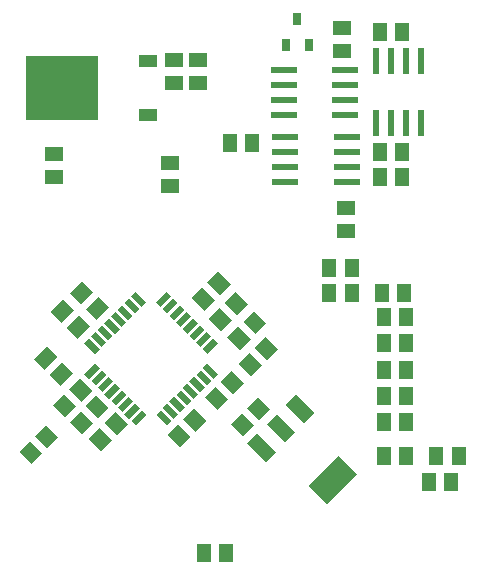
<source format=gbr>
G04 EAGLE Gerber RS-274X export*
G75*
%MOMM*%
%FSLAX34Y34*%
%LPD*%
%INSolderpaste Bottom*%
%IPPOS*%
%AMOC8*
5,1,8,0,0,1.08239X$1,22.5*%
G01*
%ADD10R,1.300000X1.500000*%
%ADD11R,1.500000X1.300000*%
%ADD12R,2.200000X0.600000*%
%ADD13R,0.600000X2.200000*%
%ADD14R,1.270000X0.558800*%
%ADD15R,0.558800X1.270000*%
%ADD16R,0.700000X1.000000*%
%ADD17R,6.200000X5.400000*%
%ADD18R,1.600000X1.000000*%
%ADD19R,1.219200X2.235200*%
%ADD20R,3.600000X2.200000*%


D10*
X428600Y228600D03*
X409600Y228600D03*
X428600Y206375D03*
X409600Y206375D03*
X428600Y184150D03*
X409600Y184150D03*
X428600Y161925D03*
X409600Y161925D03*
X363563Y249238D03*
X382563Y249238D03*
X427013Y249238D03*
X408013Y249238D03*
X382563Y269875D03*
X363563Y269875D03*
D11*
X228600Y339750D03*
X228600Y358750D03*
D12*
X324838Y412750D03*
X376838Y412750D03*
X324838Y400050D03*
X324838Y425450D03*
X324838Y438150D03*
X376838Y400050D03*
X376838Y425450D03*
X376838Y438150D03*
D10*
X473050Y111125D03*
X454050Y111125D03*
X466700Y88900D03*
X447700Y88900D03*
X406425Y469900D03*
X425425Y469900D03*
X279425Y376238D03*
X298425Y376238D03*
X425425Y347663D03*
X406425Y347663D03*
X406425Y368300D03*
X425425Y368300D03*
D13*
X415925Y445100D03*
X415925Y393100D03*
X403225Y445100D03*
X428625Y445100D03*
X441325Y445100D03*
X403225Y393100D03*
X428625Y393100D03*
X441325Y393100D03*
D10*
G36*
X157156Y153475D02*
X166348Y162667D01*
X176954Y152061D01*
X167762Y142869D01*
X157156Y153475D01*
G37*
G36*
X143721Y140039D02*
X152913Y149231D01*
X163519Y138625D01*
X154327Y129433D01*
X143721Y140039D01*
G37*
G36*
X246069Y127513D02*
X236877Y118321D01*
X226271Y128927D01*
X235463Y138119D01*
X246069Y127513D01*
G37*
G36*
X259504Y140948D02*
X250312Y131756D01*
X239706Y142362D01*
X248898Y151554D01*
X259504Y140948D01*
G37*
G36*
X266707Y243400D02*
X257515Y234208D01*
X246909Y244814D01*
X256101Y254006D01*
X266707Y243400D01*
G37*
G36*
X280142Y256836D02*
X270950Y247644D01*
X260344Y258250D01*
X269536Y267442D01*
X280142Y256836D01*
G37*
G36*
X122751Y184144D02*
X113559Y193336D01*
X124165Y203942D01*
X133357Y194750D01*
X122751Y184144D01*
G37*
G36*
X136186Y170708D02*
X126994Y179900D01*
X137600Y190506D01*
X146792Y181314D01*
X136186Y170708D01*
G37*
G36*
X179394Y124338D02*
X170202Y115146D01*
X159596Y125752D01*
X168788Y134944D01*
X179394Y124338D01*
G37*
G36*
X192829Y137773D02*
X183637Y128581D01*
X173031Y139187D01*
X182223Y148379D01*
X192829Y137773D01*
G37*
G36*
X151887Y230194D02*
X161079Y221002D01*
X150473Y210396D01*
X141281Y219588D01*
X151887Y230194D01*
G37*
G36*
X138452Y243629D02*
X147644Y234437D01*
X137038Y223831D01*
X127846Y233023D01*
X138452Y243629D01*
G37*
G36*
X167762Y246069D02*
X176954Y236877D01*
X166348Y226271D01*
X157156Y235463D01*
X167762Y246069D01*
G37*
G36*
X154327Y259504D02*
X163519Y250312D01*
X152913Y239706D01*
X143721Y248898D01*
X154327Y259504D01*
G37*
G36*
X271456Y174112D02*
X280648Y183304D01*
X291254Y172698D01*
X282062Y163506D01*
X271456Y174112D01*
G37*
G36*
X258021Y160677D02*
X267213Y169869D01*
X277819Y159263D01*
X268627Y150071D01*
X258021Y160677D01*
G37*
G36*
X300031Y202687D02*
X309223Y211879D01*
X319829Y201273D01*
X310637Y192081D01*
X300031Y202687D01*
G37*
G36*
X286596Y189252D02*
X295788Y198444D01*
X306394Y187838D01*
X297202Y178646D01*
X286596Y189252D01*
G37*
G36*
X296869Y210063D02*
X287677Y200871D01*
X277071Y211477D01*
X286263Y220669D01*
X296869Y210063D01*
G37*
G36*
X310304Y223498D02*
X301112Y214306D01*
X290506Y224912D01*
X299698Y234104D01*
X310304Y223498D01*
G37*
G36*
X280994Y225938D02*
X271802Y216746D01*
X261196Y227352D01*
X270388Y236544D01*
X280994Y225938D01*
G37*
G36*
X294429Y239373D02*
X285237Y230181D01*
X274631Y240787D01*
X283823Y249979D01*
X294429Y239373D01*
G37*
D14*
G36*
X208636Y146037D02*
X199657Y137058D01*
X195706Y141009D01*
X204685Y149988D01*
X208636Y146037D01*
G37*
G36*
X202979Y151694D02*
X194000Y142715D01*
X190049Y146666D01*
X199028Y155645D01*
X202979Y151694D01*
G37*
G36*
X197322Y157350D02*
X188343Y148371D01*
X184392Y152322D01*
X193371Y161301D01*
X197322Y157350D01*
G37*
G36*
X191665Y163007D02*
X182686Y154028D01*
X178735Y157979D01*
X187714Y166958D01*
X191665Y163007D01*
G37*
G36*
X186008Y168664D02*
X177029Y159685D01*
X173078Y163636D01*
X182057Y172615D01*
X186008Y168664D01*
G37*
G36*
X180351Y174321D02*
X171372Y165342D01*
X167421Y169293D01*
X176400Y178272D01*
X180351Y174321D01*
G37*
G36*
X174695Y179978D02*
X165716Y170999D01*
X161765Y174950D01*
X170744Y183929D01*
X174695Y179978D01*
G37*
G36*
X169038Y185635D02*
X160059Y176656D01*
X156108Y180607D01*
X165087Y189586D01*
X169038Y185635D01*
G37*
D15*
G36*
X169038Y201715D02*
X165087Y197764D01*
X156108Y206743D01*
X160059Y210694D01*
X169038Y201715D01*
G37*
G36*
X174695Y207372D02*
X170744Y203421D01*
X161765Y212400D01*
X165716Y216351D01*
X174695Y207372D01*
G37*
G36*
X180351Y213029D02*
X176400Y209078D01*
X167421Y218057D01*
X171372Y222008D01*
X180351Y213029D01*
G37*
G36*
X186008Y218686D02*
X182057Y214735D01*
X173078Y223714D01*
X177029Y227665D01*
X186008Y218686D01*
G37*
G36*
X191665Y224343D02*
X187714Y220392D01*
X178735Y229371D01*
X182686Y233322D01*
X191665Y224343D01*
G37*
G36*
X197322Y230000D02*
X193371Y226049D01*
X184392Y235028D01*
X188343Y238979D01*
X197322Y230000D01*
G37*
G36*
X202979Y235656D02*
X199028Y231705D01*
X190049Y240684D01*
X194000Y244635D01*
X202979Y235656D01*
G37*
G36*
X208636Y241313D02*
X204685Y237362D01*
X195706Y246341D01*
X199657Y250292D01*
X208636Y241313D01*
G37*
D14*
G36*
X229744Y246341D02*
X220765Y237362D01*
X216814Y241313D01*
X225793Y250292D01*
X229744Y246341D01*
G37*
G36*
X235401Y240684D02*
X226422Y231705D01*
X222471Y235656D01*
X231450Y244635D01*
X235401Y240684D01*
G37*
G36*
X241058Y235028D02*
X232079Y226049D01*
X228128Y230000D01*
X237107Y238979D01*
X241058Y235028D01*
G37*
G36*
X246715Y229371D02*
X237736Y220392D01*
X233785Y224343D01*
X242764Y233322D01*
X246715Y229371D01*
G37*
G36*
X252372Y223714D02*
X243393Y214735D01*
X239442Y218686D01*
X248421Y227665D01*
X252372Y223714D01*
G37*
G36*
X258029Y218057D02*
X249050Y209078D01*
X245099Y213029D01*
X254078Y222008D01*
X258029Y218057D01*
G37*
G36*
X263685Y212400D02*
X254706Y203421D01*
X250755Y207372D01*
X259734Y216351D01*
X263685Y212400D01*
G37*
G36*
X269342Y206743D02*
X260363Y197764D01*
X256412Y201715D01*
X265391Y210694D01*
X269342Y206743D01*
G37*
D15*
G36*
X269342Y180607D02*
X265391Y176656D01*
X256412Y185635D01*
X260363Y189586D01*
X269342Y180607D01*
G37*
G36*
X263685Y174950D02*
X259734Y170999D01*
X250755Y179978D01*
X254706Y183929D01*
X263685Y174950D01*
G37*
G36*
X258029Y169293D02*
X254078Y165342D01*
X245099Y174321D01*
X249050Y178272D01*
X258029Y169293D01*
G37*
G36*
X252372Y163636D02*
X248421Y159685D01*
X239442Y168664D01*
X243393Y172615D01*
X252372Y163636D01*
G37*
G36*
X246715Y157979D02*
X242764Y154028D01*
X233785Y163007D01*
X237736Y166958D01*
X246715Y157979D01*
G37*
G36*
X241058Y152322D02*
X237107Y148371D01*
X228128Y157350D01*
X232079Y161301D01*
X241058Y152322D01*
G37*
G36*
X235401Y146666D02*
X231450Y142715D01*
X222471Y151694D01*
X226422Y155645D01*
X235401Y146666D01*
G37*
G36*
X229744Y141009D02*
X225793Y137058D01*
X216814Y146037D01*
X220765Y149988D01*
X229744Y141009D01*
G37*
D11*
X252413Y446063D03*
X252413Y427063D03*
X130175Y366688D03*
X130175Y347688D03*
X231775Y427063D03*
X231775Y446063D03*
D16*
X336550Y480900D03*
X327050Y458900D03*
X346050Y458900D03*
D11*
X374650Y454050D03*
X374650Y473050D03*
D10*
G36*
X149232Y152913D02*
X140040Y143721D01*
X129434Y154327D01*
X138626Y163519D01*
X149232Y152913D01*
G37*
G36*
X162667Y166348D02*
X153475Y157156D01*
X142869Y167762D01*
X152061Y176954D01*
X162667Y166348D01*
G37*
D17*
X136925Y422275D03*
D18*
X209925Y445075D03*
X209925Y399475D03*
D10*
X276200Y28575D03*
X257200Y28575D03*
X409600Y111125D03*
X428600Y111125D03*
X409600Y139700D03*
X428600Y139700D03*
D19*
G36*
X318445Y114688D02*
X309824Y106067D01*
X294019Y121872D01*
X302640Y130493D01*
X318445Y114688D01*
G37*
G36*
X334789Y131032D02*
X326168Y122411D01*
X310363Y138216D01*
X318984Y146837D01*
X334789Y131032D01*
G37*
G36*
X351133Y147376D02*
X342512Y138755D01*
X326707Y154560D01*
X335328Y163181D01*
X351133Y147376D01*
G37*
D20*
G36*
X386907Y95748D02*
X361452Y70293D01*
X345895Y85850D01*
X371350Y111305D01*
X386907Y95748D01*
G37*
D10*
G36*
X293681Y151887D02*
X302873Y161079D01*
X313479Y150473D01*
X304287Y141281D01*
X293681Y151887D01*
G37*
G36*
X280246Y138452D02*
X289438Y147644D01*
X300044Y137038D01*
X290852Y127846D01*
X280246Y138452D01*
G37*
G36*
X114294Y128075D02*
X123486Y137267D01*
X134092Y126661D01*
X124900Y117469D01*
X114294Y128075D01*
G37*
G36*
X100859Y114639D02*
X110051Y123831D01*
X120657Y113225D01*
X111465Y104033D01*
X100859Y114639D01*
G37*
D12*
X378425Y368300D03*
X326425Y368300D03*
X378425Y381000D03*
X378425Y355600D03*
X378425Y342900D03*
X326425Y381000D03*
X326425Y355600D03*
X326425Y342900D03*
D11*
X377825Y301650D03*
X377825Y320650D03*
M02*

</source>
